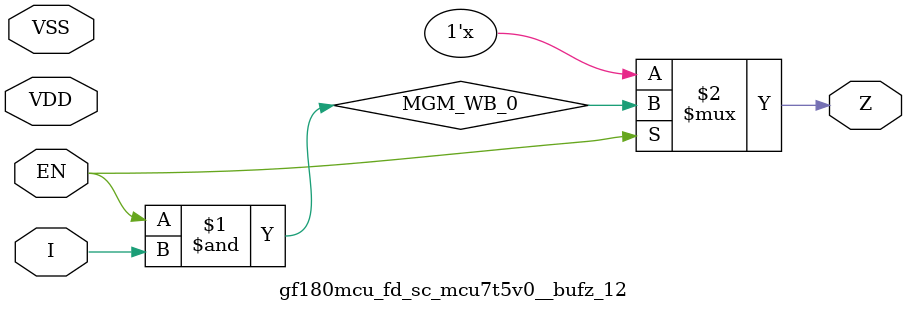
<source format=v>

module gf180mcu_fd_sc_mcu7t5v0__bufz_12( EN, I, Z, VDD, VSS );
input EN, I;
inout VDD, VSS;
output Z;

	wire MGM_WB_0;

	wire MGM_WB_1;

	and MGM_BG_0( MGM_WB_0, EN, I );

	not MGM_BG_1( MGM_WB_1, EN );

	bufif0 MGM_BG_2( Z, MGM_WB_0,MGM_WB_1 );

endmodule

</source>
